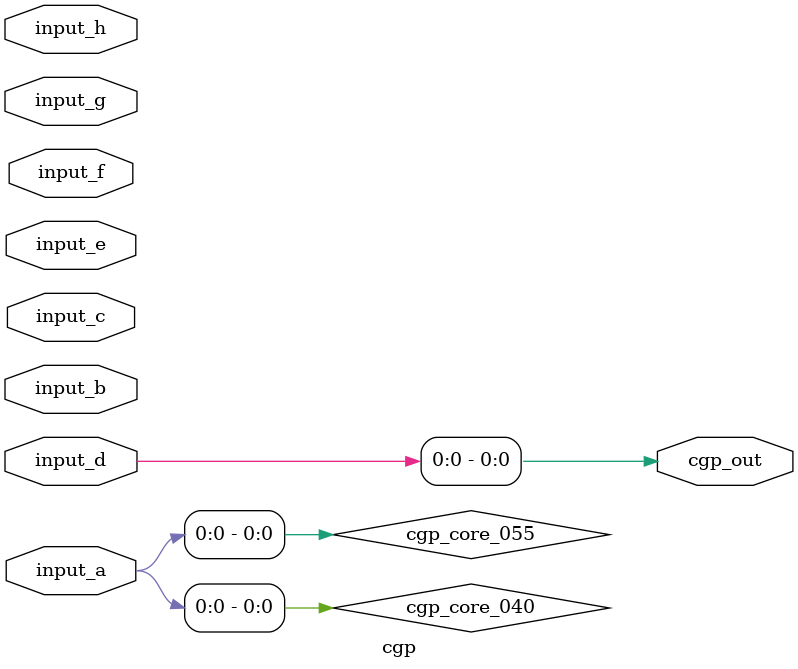
<source format=v>
module cgp(input [1:0] input_a, input [1:0] input_b, input [1:0] input_c, input [1:0] input_d, input [1:0] input_e, input [1:0] input_f, input [1:0] input_g, input [1:0] input_h, output [0:0] cgp_out);
  wire cgp_core_018;
  wire cgp_core_019;
  wire cgp_core_022;
  wire cgp_core_023;
  wire cgp_core_024;
  wire cgp_core_026;
  wire cgp_core_027;
  wire cgp_core_029;
  wire cgp_core_031;
  wire cgp_core_033;
  wire cgp_core_034;
  wire cgp_core_036;
  wire cgp_core_040;
  wire cgp_core_042;
  wire cgp_core_044;
  wire cgp_core_045_not;
  wire cgp_core_046;
  wire cgp_core_048;
  wire cgp_core_054;
  wire cgp_core_055;
  wire cgp_core_056;
  wire cgp_core_058;
  wire cgp_core_061_not;
  wire cgp_core_062;
  wire cgp_core_063;
  wire cgp_core_065;
  wire cgp_core_067;
  wire cgp_core_068;
  wire cgp_core_070;
  wire cgp_core_071;
  wire cgp_core_075_not;
  wire cgp_core_076;
  wire cgp_core_077;
  wire cgp_core_078;
  wire cgp_core_079_not;
  wire cgp_core_080;
  wire cgp_core_081_not;
  wire cgp_core_086;
  wire cgp_core_087;
  wire cgp_core_089;
  wire cgp_core_091;
  wire cgp_core_093;

  assign cgp_core_018 = input_a[1] & input_e[1];
  assign cgp_core_019 = ~(input_d[1] ^ input_c[0]);
  assign cgp_core_022 = ~(input_a[0] | input_c[1]);
  assign cgp_core_023 = ~(input_h[0] & input_a[1]);
  assign cgp_core_024 = input_f[1] & input_f[0];
  assign cgp_core_026 = ~(input_g[0] & input_f[0]);
  assign cgp_core_027 = input_d[0] & cgp_core_022;
  assign cgp_core_029 = ~(input_b[1] | input_a[1]);
  assign cgp_core_031 = input_d[0] | input_f[1];
  assign cgp_core_033 = input_f[1] | input_b[0];
  assign cgp_core_034 = input_b[1] & input_d[1];
  assign cgp_core_036 = ~input_c[0];
  assign cgp_core_040 = input_a[0] & input_a[0];
  assign cgp_core_042 = ~(input_f[0] ^ input_b[1]);
  assign cgp_core_044 = ~(input_b[1] | input_c[0]);
  assign cgp_core_045_not = ~input_a[1];
  assign cgp_core_046 = ~input_f[0];
  assign cgp_core_048 = ~input_e[1];
  assign cgp_core_054 = input_c[0] | input_d[1];
  assign cgp_core_055 = input_a[0] & input_a[0];
  assign cgp_core_056 = input_f[1] & input_c[1];
  assign cgp_core_058 = input_e[1] | input_b[0];
  assign cgp_core_061_not = ~input_e[0];
  assign cgp_core_062 = ~(input_a[1] & cgp_core_058);
  assign cgp_core_063 = input_f[0] | input_a[0];
  assign cgp_core_065 = input_a[0] ^ input_a[0];
  assign cgp_core_067 = input_d[1] & input_h[0];
  assign cgp_core_068 = ~(input_h[1] ^ input_c[0]);
  assign cgp_core_070 = input_d[0] | input_e[0];
  assign cgp_core_071 = input_f[1] & input_d[1];
  assign cgp_core_075_not = ~input_h[1];
  assign cgp_core_076 = ~input_f[1];
  assign cgp_core_077 = input_b[1] | input_c[0];
  assign cgp_core_078 = input_a[1] | input_f[0];
  assign cgp_core_079_not = ~input_a[0];
  assign cgp_core_080 = ~(input_f[1] | input_a[0]);
  assign cgp_core_081_not = ~input_d[1];
  assign cgp_core_086 = ~(input_a[1] ^ input_d[1]);
  assign cgp_core_087 = ~input_b[1];
  assign cgp_core_089 = input_b[0] ^ input_b[0];
  assign cgp_core_091 = ~(input_h[0] | input_d[0]);
  assign cgp_core_093 = ~(input_b[1] | input_h[0]);

  assign cgp_out[0] = input_d[0];
endmodule
</source>
